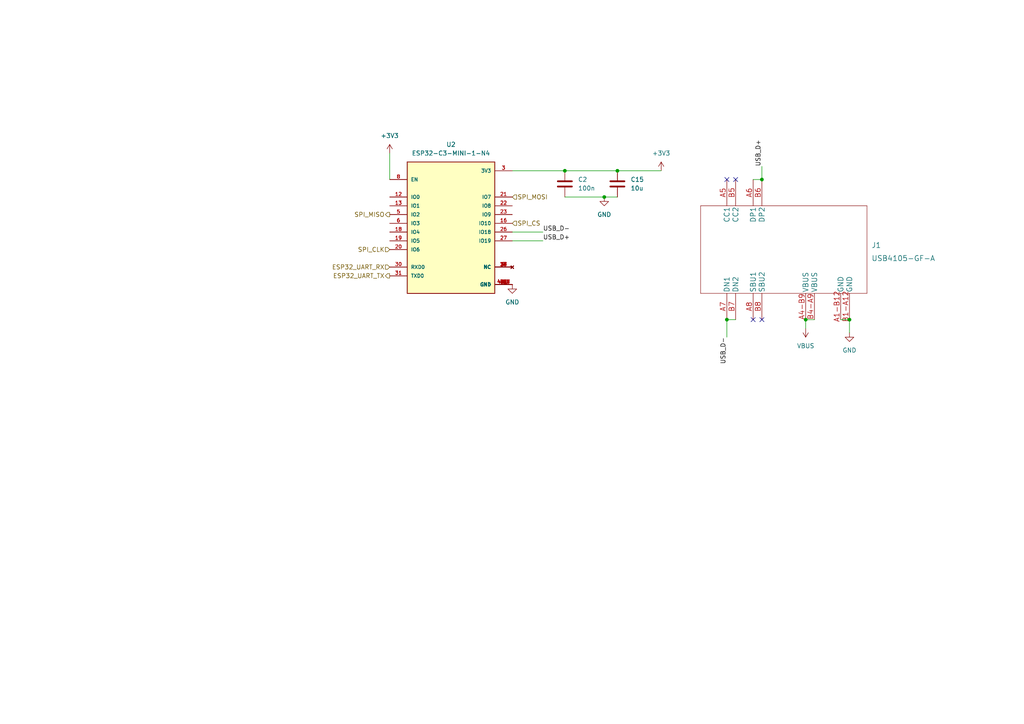
<source format=kicad_sch>
(kicad_sch (version 20211123) (generator eeschema)
  (paper "A4")
  (lib_symbols
    (symbol "Device:C" (pin_numbers hide) (pin_names (offset 0.254))
      (property "Reference" "C" (at 0.635 2.54 0))
      (property "Value" "C" (at 0.635 -2.54 0))
      (symbol "C_0_1"
        (polyline (pts (xy -2.032 -0.762) (xy 2.032 -0.762)) (stroke (width 0.508)))
        (polyline (pts (xy -2.032 0.762) (xy 2.032 0.762)) (stroke (width 0.508)))
      )
      (symbol "C_1_1"
        (pin passive line (at 0 3.81 270) (length 2.794) (name "~") (number "1"))
        (pin passive line (at 0 -3.81 90) (length 2.794) (name "~") (number "2"))
      )
    )
    (symbol "ESP32-C3-MINI-1-N4:ESP32-C3-MINI-1-N4" (pin_names (offset 1.016))
      (property "Reference" "U" (at -12.7 18.796 0))
      (property "Value" "ESP32-C3-MINI-1-N4" (at -12.7 -22.86 0))
      (symbol "ESP32-C3-MINI-1-N4_0_0"
        (rectangle (start -12.7 -20.32) (end 12.7 17.78) (stroke (width 0.254)) (fill (type background)))
        (pin power_in line (at 17.78 -17.78 180) (length 5.08) (name "GND") (number "1"))
        (pin no_connect line (at 17.78 -12.7 180) (length 5.08) (name "NC") (number "10"))
        (pin power_in line (at 17.78 -17.78 180) (length 5.08) (name "GND") (number "11"))
        (pin bidirectional line (at -17.78 7.62 0) (length 5.08) (name "IO0") (number "12"))
        (pin bidirectional line (at -17.78 5.08 0) (length 5.08) (name "IO1") (number "13"))
        (pin power_in line (at 17.78 -17.78 180) (length 5.08) (name "GND") (number "14"))
        (pin no_connect line (at 17.78 -12.7 180) (length 5.08) (name "NC") (number "15"))
        (pin bidirectional line (at 17.78 0 180) (length 5.08) (name "IO10") (number "16"))
        (pin no_connect line (at 17.78 -12.7 180) (length 5.08) (name "NC") (number "17"))
        (pin bidirectional line (at -17.78 -2.54 0) (length 5.08) (name "IO4") (number "18"))
        (pin bidirectional line (at -17.78 -5.08 0) (length 5.08) (name "IO5") (number "19"))
        (pin power_in line (at 17.78 -17.78 180) (length 5.08) (name "GND") (number "2"))
        (pin bidirectional line (at -17.78 -7.62 0) (length 5.08) (name "IO6") (number "20"))
        (pin bidirectional line (at 17.78 7.62 180) (length 5.08) (name "IO7") (number "21"))
        (pin bidirectional line (at 17.78 5.08 180) (length 5.08) (name "IO8") (number "22"))
        (pin bidirectional line (at 17.78 2.54 180) (length 5.08) (name "IO9") (number "23"))
        (pin no_connect line (at 17.78 -12.7 180) (length 5.08) (name "NC") (number "24"))
        (pin no_connect line (at 17.78 -12.7 180) (length 5.08) (name "NC") (number "25"))
        (pin bidirectional line (at 17.78 -2.54 180) (length 5.08) (name "IO18") (number "26"))
        (pin bidirectional line (at 17.78 -5.08 180) (length 5.08) (name "IO19") (number "27"))
        (pin no_connect line (at 17.78 -12.7 180) (length 5.08) (name "NC") (number "28"))
        (pin no_connect line (at 17.78 -12.7 180) (length 5.08) (name "NC") (number "29"))
        (pin power_in line (at 17.78 15.24 180) (length 5.08) (name "3V3") (number "3"))
        (pin bidirectional line (at -17.78 -12.7 0) (length 5.08) (name "RXD0") (number "30"))
        (pin bidirectional line (at -17.78 -15.24 0) (length 5.08) (name "TXD0") (number "31"))
        (pin no_connect line (at 17.78 -12.7 180) (length 5.08) (name "NC") (number "32"))
        (pin no_connect line (at 17.78 -12.7 180) (length 5.08) (name "NC") (number "33"))
        (pin no_connect line (at 17.78 -12.7 180) (length 5.08) (name "NC") (number "34"))
        (pin no_connect line (at 17.78 -12.7 180) (length 5.08) (name "NC") (number "35"))
        (pin power_in line (at 17.78 -17.78 180) (length 5.08) (name "GND") (number "36"))
        (pin power_in line (at 17.78 -17.78 180) (length 5.08) (name "GND") (number "37"))
        (pin power_in line (at 17.78 -17.78 180) (length 5.08) (name "GND") (number "38"))
        (pin power_in line (at 17.78 -17.78 180) (length 5.08) (name "GND") (number "39"))
        (pin no_connect line (at 17.78 -12.7 180) (length 5.08) (name "NC") (number "4"))
        (pin power_in line (at 17.78 -17.78 180) (length 5.08) (name "GND") (number "40"))
        (pin power_in line (at 17.78 -17.78 180) (length 5.08) (name "GND") (number "41"))
        (pin power_in line (at 17.78 -17.78 180) (length 5.08) (name "GND") (number "42"))
        (pin power_in line (at 17.78 -17.78 180) (length 5.08) (name "GND") (number "43"))
        (pin power_in line (at 17.78 -17.78 180) (length 5.08) (name "GND") (number "44"))
        (pin power_in line (at 17.78 -17.78 180) (length 5.08) (name "GND") (number "45"))
        (pin power_in line (at 17.78 -17.78 180) (length 5.08) (name "GND") (number "46"))
        (pin power_in line (at 17.78 -17.78 180) (length 5.08) (name "GND") (number "47"))
        (pin power_in line (at 17.78 -17.78 180) (length 5.08) (name "GND") (number "48"))
        (pin power_in line (at 17.78 -17.78 180) (length 5.08) (name "GND") (number "49_1"))
        (pin power_in line (at 17.78 -17.78 180) (length 5.08) (name "GND") (number "49_2"))
        (pin power_in line (at 17.78 -17.78 180) (length 5.08) (name "GND") (number "49_3"))
        (pin power_in line (at 17.78 -17.78 180) (length 5.08) (name "GND") (number "49_4"))
        (pin power_in line (at 17.78 -17.78 180) (length 5.08) (name "GND") (number "49_5"))
        (pin power_in line (at 17.78 -17.78 180) (length 5.08) (name "GND") (number "49_6"))
        (pin power_in line (at 17.78 -17.78 180) (length 5.08) (name "GND") (number "49_7"))
        (pin power_in line (at 17.78 -17.78 180) (length 5.08) (name "GND") (number "49_8"))
        (pin power_in line (at 17.78 -17.78 180) (length 5.08) (name "GND") (number "49_9"))
        (pin bidirectional line (at -17.78 2.54 0) (length 5.08) (name "IO2") (number "5"))
        (pin power_in line (at 17.78 -17.78 180) (length 5.08) (name "GND") (number "50"))
        (pin power_in line (at 17.78 -17.78 180) (length 5.08) (name "GND") (number "51"))
        (pin power_in line (at 17.78 -17.78 180) (length 5.08) (name "GND") (number "52"))
        (pin power_in line (at 17.78 -17.78 180) (length 5.08) (name "GND") (number "53"))
        (pin bidirectional line (at -17.78 0 0) (length 5.08) (name "IO3") (number "6"))
        (pin no_connect line (at 17.78 -12.7 180) (length 5.08) (name "NC") (number "7"))
        (pin input line (at -17.78 12.7 0) (length 5.08) (name "EN") (number "8"))
        (pin no_connect line (at 17.78 -12.7 180) (length 5.08) (name "NC") (number "9"))
      )
    )
    (symbol "USB4105-GF-A:USB4105-GF-A" (pin_names (offset 0.254))
      (property "Reference" "J" (at 20.32 12.7 0))
      (property "Value" "USB4105-GF-A" (at 20.32 10.16 0))
      (symbol "USB4105-GF-A_1_1"
        (polyline (pts (xy 7.62 -40.64) (xy 33.02 -40.64)) (stroke (width 0.127)))
        (polyline (pts (xy 7.62 7.62) (xy 7.62 -40.64)) (stroke (width 0.127)))
        (polyline (pts (xy 33.02 -40.64) (xy 33.02 7.62)) (stroke (width 0.127)))
        (polyline (pts (xy 33.02 7.62) (xy 7.62 7.62)) (stroke (width 0.127)))
        (pin power_in line (at 0 -33.02 0) (length 7.62) (name "GND") (number "A1-B12"))
        (pin power_in line (at 0 -22.86 0) (length 7.62) (name "VBUS") (number "A4-B9"))
        (pin bidirectional line (at 40.64 0 180) (length 7.62) (name "CC1") (number "A5"))
        (pin bidirectional line (at 40.64 -7.62 180) (length 7.62) (name "DP1") (number "A6"))
        (pin bidirectional line (at 0 0 0) (length 7.62) (name "DN1") (number "A7"))
        (pin bidirectional line (at 0 -7.62 0) (length 7.62) (name "SBU1") (number "A8"))
        (pin power_in line (at 0 -35.56 0) (length 7.62) (name "GND") (number "B1-A12"))
        (pin power_in line (at 0 -25.4 0) (length 7.62) (name "VBUS") (number "B4-A9"))
        (pin bidirectional line (at 40.64 -2.54 180) (length 7.62) (name "CC2") (number "B5"))
        (pin bidirectional line (at 40.64 -10.16 180) (length 7.62) (name "DP2") (number "B6"))
        (pin bidirectional line (at 0 -2.54 0) (length 7.62) (name "DN2") (number "B7"))
        (pin bidirectional line (at 0 -10.16 0) (length 7.62) (name "SBU2") (number "B8"))
      )
    )
    (symbol "power:+3V3" (power) (pin_names (offset 0))
      (property "Value" "+3V3" (at 0 3.556 0))
      (symbol "+3V3_0_1"
        (polyline (pts (xy -0.762 1.27) (xy 0 2.54)))
        (polyline (pts (xy 0 0) (xy 0 2.54)))
        (polyline (pts (xy 0 2.54) (xy 0.762 1.27)))
      )
      (symbol "+3V3_1_1"
        (pin power_in line (at 0 0 90) (length 0) hide (name "+3V3") (number "1"))
      )
    )
    (symbol "power:GND" (power) (pin_names (offset 0))
      (property "Value" "GND" (at 0 -3.81 0))
      (symbol "GND_0_1"
        (polyline (pts (xy 0 0) (xy 0 -1.27) (xy 1.27 -1.27) (xy 0 -2.54) (xy -1.27 -1.27) (xy 0 -1.27)))
      )
      (symbol "GND_1_1"
        (pin power_in line (at 0 0 270) (length 0) hide (name "GND") (number "1"))
      )
    )
    (symbol "power:VBUS" (power) (pin_names (offset 0))
      (property "Value" "VBUS" (at 0 3.81 0))
      (symbol "VBUS_0_1"
        (polyline (pts (xy -0.762 1.27) (xy 0 2.54)))
        (polyline (pts (xy 0 0) (xy 0 2.54)))
        (polyline (pts (xy 0 2.54) (xy 0.762 1.27)))
      )
      (symbol "VBUS_1_1"
        (pin power_in line (at 0 0 90) (length 0) hide (name "VBUS") (number "1"))
      )
    )
  )
  (junction (at 179.07 49.53))
  (junction (at 220.98 52.07))
  (junction (at 233.68 92.71))
  (junction (at 163.83 49.53))
  (junction (at 210.82 92.71))
  (junction (at 246.38 92.71))
  (junction (at 175.26 57.15))
  (no_connect (at 213.36 52.07))
  (no_connect (at 210.82 52.07))
  (no_connect (at 218.44 92.71))
  (no_connect (at 220.98 92.71))
  (wire (pts (xy 243.84 92.71) (xy 246.38 92.71)))
  (wire (pts (xy 175.26 57.15) (xy 179.07 57.15)))
  (wire (pts (xy 113.03 44.45) (xy 113.03 52.07)))
  (wire (pts (xy 233.68 95.25) (xy 233.68 92.71)))
  (wire (pts (xy 236.22 92.71) (xy 233.68 92.71)))
  (wire (pts (xy 218.44 52.07) (xy 220.98 52.07)))
  (wire (pts (xy 179.07 49.53) (xy 191.77 49.53)))
  (wire (pts (xy 210.82 97.79) (xy 210.82 92.71)))
  (wire (pts (xy 213.36 92.71) (xy 210.82 92.71)))
  (wire (pts (xy 163.83 49.53) (xy 179.07 49.53)))
  (wire (pts (xy 163.83 49.53) (xy 148.59 49.53)))
  (wire (pts (xy 157.48 69.85) (xy 148.59 69.85)))
  (wire (pts (xy 246.38 96.52) (xy 246.38 92.71)))
  (wire (pts (xy 220.98 48.26) (xy 220.98 52.07)))
  (wire (pts (xy 157.48 67.31) (xy 148.59 67.31)))
  (wire (pts (xy 163.83 57.15) (xy 175.26 57.15)))
  (label "USB_D-" (at 157.48 67.31 0))
  (label "USB_D-" (at 210.82 97.79 270))
  (label "USB_D+" (at 157.48 69.85 0))
  (label "USB_D+" (at 220.98 48.26 90))
  (hierarchical_label "SPI_CLK" (shape input) (at 113.03 72.39 180))
  (hierarchical_label "SPI_MOSI" (shape input) (at 148.59 57.15 0))
  (hierarchical_label "ESP32_UART_RX" (shape input) (at 113.03 77.47 180))
  (hierarchical_label "SPI_CS" (shape input) (at 148.59 64.77 0))
  (hierarchical_label "ESP32_UART_TX" (shape output) (at 113.03 80.01 180))
  (hierarchical_label "SPI_MISO" (shape output) (at 113.03 62.23 180))
  (symbol (lib_id "power:+3V3") (at 113.03 44.45 0) (unit 1)
    (property "Reference" "#PWR0105" (effects hide))
    (property "Value" "+3V3" (at 113.03 39.37 0))
  )
  (symbol (lib_id "power:VBUS") (at 233.68 95.25 180) (unit 1)
    (property "Reference" "#PWR0110" (effects hide))
    (property "Value" "VBUS" (at 233.68 100.33 0))
  )
  (symbol (lib_id "USB4105-GF-A:USB4105-GF-A") (at 210.82 92.71 90) (unit 1)
    (property "Reference" "J1" (at 252.73 71.12 90) (effects (font (size 1.524 1.524)) (justify right)))
    (property "Value" "USB4105-GF-A" (at 252.73 74.93 90) (effects (font (size 1.524 1.524)) (justify right)))
    (property "Footprint" "Library:USB4105-GF-A" (effects hide))
  )
  (symbol (lib_id "power:+3V3") (at 191.77 49.53 0) (unit 1)
    (property "Reference" "#PWR0108" (effects hide))
    (property "Value" "+3V3" (at 191.77 44.45 0))
  )
  (symbol (lib_id "Device:C") (at 179.07 53.34 0) (unit 1)
    (property "Reference" "C15" (at 182.88 52.0699 0) (effects (justify left)))
    (property "Value" "10u" (at 182.88 54.6099 0) (effects (justify left)))
    (property "Footprint" "Capacitor_SMD:C_0603_1608Metric" (effects hide))
  )
  (symbol (lib_id "Device:C") (at 163.83 53.34 0) (unit 1)
    (property "Reference" "C2" (at 167.64 52.0699 0) (effects (justify left)))
    (property "Value" "100n" (at 167.64 54.6099 0) (effects (justify left)))
    (property "Footprint" "Capacitor_SMD:C_0603_1608Metric" (effects hide))
  )
  (symbol (lib_id "power:GND") (at 148.59 82.55 0) (unit 1)
    (property "Reference" "#PWR0106" (effects hide))
    (property "Value" "GND" (at 148.59 87.63 0))
  )
  (symbol (lib_id "power:GND") (at 175.26 57.15 0) (unit 1)
    (property "Reference" "#PWR0107" (effects hide))
    (property "Value" "GND" (at 175.26 62.23 0))
  )
  (symbol (lib_id "power:GND") (at 246.38 96.52 0) (unit 1)
    (property "Reference" "#PWR0109" (effects hide))
    (property "Value" "GND" (at 246.38 101.6 0))
  )
  (symbol (lib_id "ESP32-C3-MINI-1-N4:ESP32-C3-MINI-1-N4") (at 130.81 64.77 0) (unit 1)
    (property "Reference" "U2" (at 130.81 41.91 0))
    (property "Value" "ESP32-C3-MINI-1-N4" (at 130.81 44.45 0))
    (property "Footprint" "XCVR_ESP32-C3-MINI-1-N4" (effects hide))
    (property "MANUFACTURER" "Espressif Systems" (effects hide))
    (property "STANDARD" "Manufacturer Recommendations" (effects hide))
    (property "PARTREV" "v1.0" (effects hide))
    (property "MAXIMUM_PACKAGE_HEIGHT" "2.55mm" (effects hide))
  )
)
</source>
